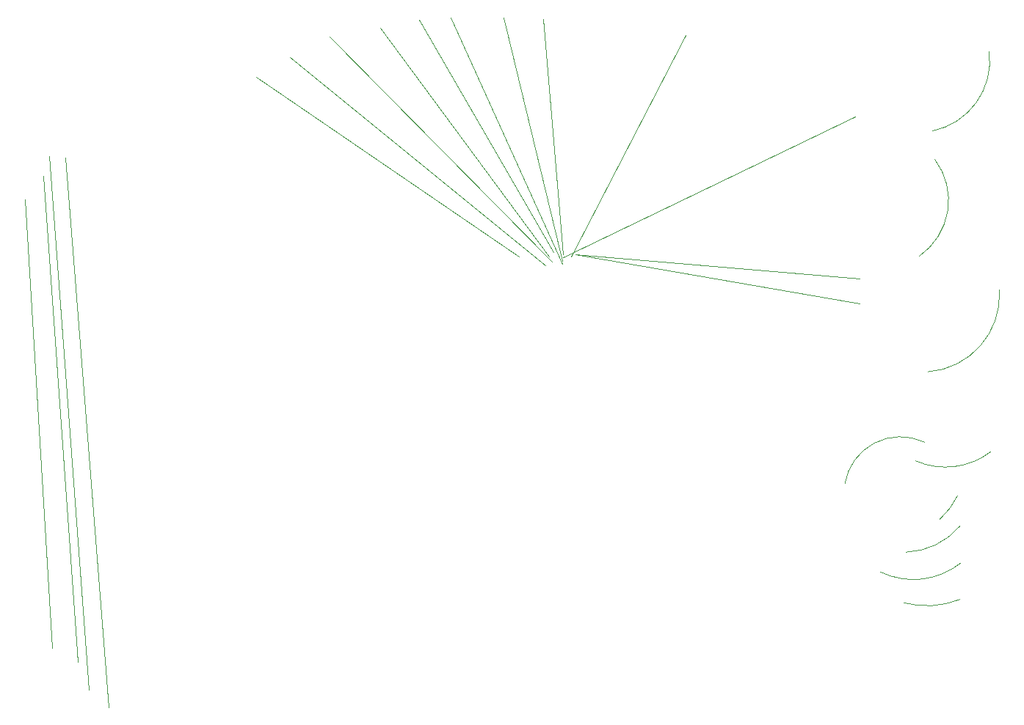
<source format=gbr>
G04 #@! TF.GenerationSoftware,KiCad,Pcbnew,(5.1.4)-1*
G04 #@! TF.CreationDate,2021-03-17T02:00:29-04:00*
G04 #@! TF.ProjectId,RB_switch_pcb,52425f73-7769-4746-9368-5f7063622e6b,rev?*
G04 #@! TF.SameCoordinates,Original*
G04 #@! TF.FileFunction,Legend,Bot*
G04 #@! TF.FilePolarity,Positive*
%FSLAX46Y46*%
G04 Gerber Fmt 4.6, Leading zero omitted, Abs format (unit mm)*
G04 Created by KiCad (PCBNEW (5.1.4)-1) date 2021-03-17 02:00:29*
%MOMM*%
%LPD*%
G04 APERTURE LIST*
%ADD10C,0.120000*%
G04 APERTURE END LIST*
D10*
X172567937Y-67043259D02*
G75*
G02X165988999Y-76199999I-8229937J-1028741D01*
G01*
X166290208Y-79468768D02*
G75*
G02X164464999Y-90677999I-6270208J-4732232D01*
G01*
X173742326Y-94583830D02*
G75*
G02X165480999Y-104012999I-8896326J-539170D01*
G01*
X172770492Y-113216926D02*
G75*
G02X164084001Y-114299999I-5257492J6790926D01*
G01*
X168911121Y-118304058D02*
G75*
G02X166877999Y-121030999I-7875121J3750058D01*
G01*
X169176248Y-121841740D02*
G75*
G02X162940999Y-124840999I-6489248J5509740D01*
G01*
X169294420Y-126083525D02*
G75*
G02X160020001Y-127126999I-5464420J6830525D01*
G01*
X169174867Y-130302715D02*
G75*
G02X162687001Y-130682999I-3820867J9652715D01*
G01*
X155911578Y-116959893D02*
G75*
G02X165099999Y-112141001I6394422J-1023107D01*
G01*
X124841000Y-90424000D02*
X157607000Y-96139000D01*
X124841000Y-90424000D02*
X157607000Y-93218000D01*
X123444000Y-90805000D02*
X157099000Y-74549000D01*
X124333000Y-90678000D02*
X137541000Y-65151000D01*
X123444000Y-90424000D02*
X121158000Y-63246000D01*
X123317000Y-91186000D02*
X116586000Y-63119000D01*
X123317000Y-91567000D02*
X110490000Y-63119000D01*
X122301000Y-90170000D02*
X106807000Y-63373000D01*
X121793000Y-90678000D02*
X102362000Y-64262000D01*
X122174000Y-91313000D02*
X96520000Y-65278000D01*
X121412000Y-91694000D02*
X91948000Y-67691000D01*
X118364000Y-90678000D02*
X88011000Y-69977000D01*
X66040000Y-79248000D02*
X70993000Y-142748000D01*
X64135000Y-79121000D02*
X68707000Y-140716000D01*
X63500000Y-81407000D02*
X67437000Y-137541000D01*
X61341000Y-84074000D02*
X64516000Y-135890000D01*
M02*

</source>
